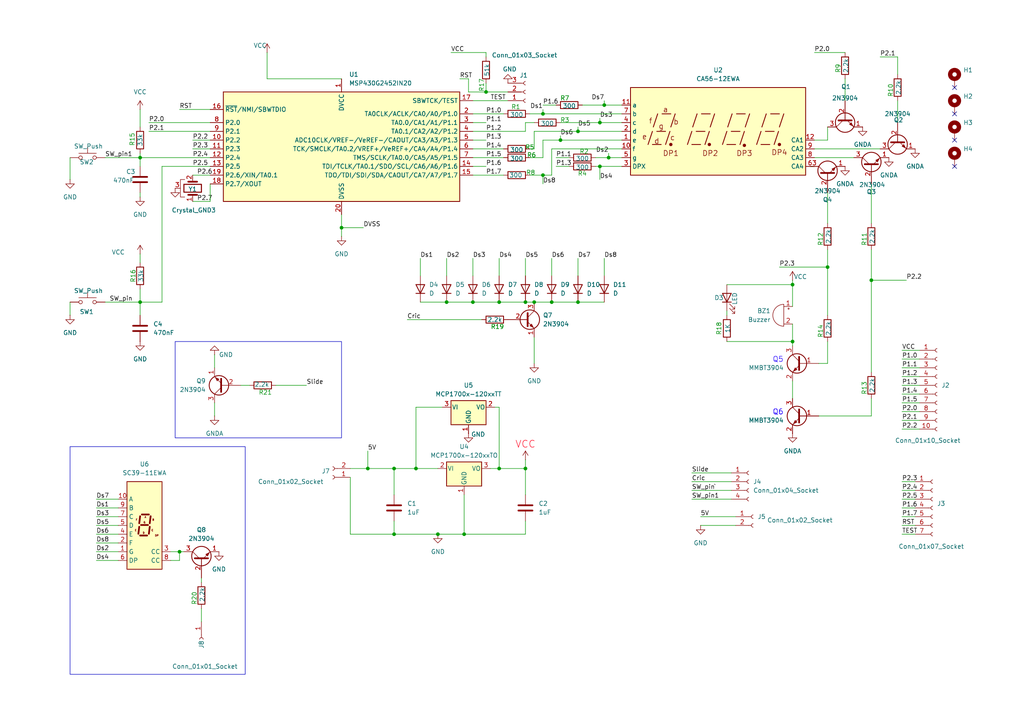
<source format=kicad_sch>
(kicad_sch (version 20250114) (generator "eeschema") (generator_version "9.0")
  (paper "A4")
  (rectangle (start 20.32 129.54) (end 71.12 195.58))
  (rectangle (start 50.8 99.06) (end 99.06 127))
  (junction (at 175.26 30.48))
  (junction (at 144.78 135.89))
  (junction (at 173.99 48.26))
  (junction (at 152.4 87.63))
  (junction (at 152.4 135.89))
  (junction (at 173.99 35.56))
  (junction (at 176.53 45.72))
  (junction (at 229.87 99.06))
  (junction (at 240.03 77.47))
  (junction (at 162.56 40.64))
  (junction (at 144.78 87.63))
  (junction (at 127 154.94))
  (junction (at 137.16 87.63))
  (junction (at 106.68 135.89))
  (junction (at 167.64 38.1))
  (junction (at 157.48 50.8))
  (junction (at 40.64 87.63))
  (junction (at 120.65 135.89))
  (junction (at 99.06 66.04))
  (junction (at 160.02 87.63))
  (junction (at 129.54 87.63))
  (junction (at 52.07 160.02))
  (junction (at 40.64 45.72))
  (junction (at 229.87 82.55))
  (junction (at 157.48 33.02))
  (junction (at 140.97 26.67))
  (junction (at 167.64 87.63))
  (junction (at 154.94 87.63))
  (junction (at 134.62 154.94))
  (junction (at 114.3 135.89))
  (junction (at 252.73 81.28))
  (junction (at 114.3 154.94))
  (no_connect (at 276.86 48.26))
  (no_connect (at 276.86 33.02))
  (no_connect (at 276.86 25.4))
  (no_connect (at 276.86 40.64))
  (wire (pts (xy 140.97 26.67) (xy 147.32 26.67)))
  (wire (pts (xy 212.09 137.16) (xy 200.66 137.16)))
  (wire (pts (xy 137.16 29.21) (xy 147.32 29.21)))
  (wire (pts (xy 34.29 144.78) (xy 27.94 144.78)))
  (wire (pts (xy 261.62 142.24) (xy 265.43 142.24)))
  (wire (pts (xy 133.35 22.86) (xy 135.89 22.86)))
  (wire (pts (xy 154.94 35.56) (xy 152.4 35.56)))
  (wire (pts (xy 261.62 119.38) (xy 266.7 119.38)))
  (wire (pts (xy 40.64 87.63) (xy 40.64 91.44)))
  (wire (pts (xy 152.4 151.13) (xy 152.4 154.94)))
  (wire (pts (xy 176.53 45.72) (xy 180.34 45.72)))
  (wire (pts (xy 261.62 114.3) (xy 266.7 114.3)))
  (wire (pts (xy 210.82 99.06) (xy 229.87 99.06)))
  (wire (pts (xy 40.64 45.72) (xy 40.64 48.26)))
  (wire (pts (xy 49.53 160.02) (xy 52.07 160.02)))
  (wire (pts (xy 137.16 40.64) (xy 140.97 40.64)))
  (wire (pts (xy 140.97 15.24) (xy 140.97 16.51)))
  (wire (pts (xy 261.62 111.76) (xy 266.7 111.76)))
  (wire (pts (xy 261.62 121.92) (xy 266.7 121.92)))
  (wire (pts (xy 121.92 87.63) (xy 129.54 87.63)))
  (wire (pts (xy 134.62 154.94) (xy 134.62 143.51)))
  (wire (pts (xy 20.32 87.63) (xy 20.32 91.44)))
  (wire (pts (xy 40.64 87.63) (xy 46.99 87.63)))
  (wire (pts (xy 252.73 64.77) (xy 252.73 53.34)))
  (wire (pts (xy 261.62 149.86) (xy 265.43 149.86)))
  (wire (pts (xy 157.48 31.75) (xy 157.48 33.02)))
  (wire (pts (xy 20.32 45.72) (xy 20.32 52.07)))
  (wire (pts (xy 261.62 147.32) (xy 265.43 147.32)))
  (wire (pts (xy 43.18 35.56) (xy 60.96 35.56)))
  (wire (pts (xy 137.16 43.18) (xy 146.05 43.18)))
  (wire (pts (xy 162.56 40.64) (xy 157.48 40.64)))
  (wire (pts (xy 167.64 74.93) (xy 167.64 80.01)))
  (wire (pts (xy 261.62 104.14) (xy 266.7 104.14)))
  (wire (pts (xy 240.03 36.83) (xy 240.03 40.64)))
  (wire (pts (xy 261.62 101.6) (xy 266.7 101.6)))
  (wire (pts (xy 27.94 160.02) (xy 34.29 160.02)))
  (wire (pts (xy 69.85 111.76) (xy 72.39 111.76)))
  (wire (pts (xy 240.03 91.44) (xy 240.03 77.47)))
  (wire (pts (xy 55.88 58.42) (xy 60.96 58.42)))
  (wire (pts (xy 261.62 124.46) (xy 266.7 124.46)))
  (wire (pts (xy 173.99 34.29) (xy 173.99 35.56)))
  (wire (pts (xy 245.11 22.86) (xy 245.11 29.21)))
  (wire (pts (xy 157.48 50.8) (xy 153.67 50.8)))
  (wire (pts (xy 40.64 55.88) (xy 40.64 57.15)))
  (wire (pts (xy 114.3 135.89) (xy 114.3 143.51)))
  (wire (pts (xy 62.23 116.84) (xy 62.23 120.65)))
  (wire (pts (xy 114.3 135.89) (xy 120.65 135.89)))
  (wire (pts (xy 55.88 50.8) (xy 60.96 50.8)))
  (wire (pts (xy 43.18 38.1) (xy 60.96 38.1)))
  (wire (pts (xy 121.92 74.93) (xy 121.92 80.01)))
  (wire (pts (xy 101.6 138.43) (xy 101.6 154.94)))
  (wire (pts (xy 114.3 154.94) (xy 127 154.94)))
  (wire (pts (xy 40.64 31.75) (xy 40.64 36.83)))
  (wire (pts (xy 175.26 29.21) (xy 175.26 30.48)))
  (wire (pts (xy 154.94 38.1) (xy 154.94 43.18)))
  (wire (pts (xy 34.29 147.32) (xy 27.94 147.32)))
  (wire (pts (xy 129.54 87.63) (xy 137.16 87.63)))
  (wire (pts (xy 144.78 118.11) (xy 144.78 135.89)))
  (wire (pts (xy 142.24 135.89) (xy 144.78 135.89)))
  (wire (pts (xy 27.94 157.48) (xy 34.29 157.48)))
  (wire (pts (xy 101.6 154.94) (xy 114.3 154.94)))
  (wire (pts (xy 55.88 40.64) (xy 60.96 40.64)))
  (wire (pts (xy 27.94 162.56) (xy 34.29 162.56)))
  (wire (pts (xy 237.49 120.65) (xy 252.73 120.65)))
  (wire (pts (xy 120.65 135.89) (xy 127 135.89)))
  (wire (pts (xy 99.06 22.86) (xy 77.47 22.86)))
  (wire (pts (xy 173.99 48.26) (xy 173.99 52.07)))
  (wire (pts (xy 55.88 43.18) (xy 60.96 43.18)))
  (wire (pts (xy 245.11 15.24) (xy 236.22 15.24)))
  (wire (pts (xy 52.07 160.02) (xy 53.34 160.02)))
  (wire (pts (xy 128.27 118.11) (xy 120.65 118.11)))
  (wire (pts (xy 99.06 66.04) (xy 99.06 62.23)))
  (wire (pts (xy 140.97 15.24) (xy 130.81 15.24)))
  (wire (pts (xy 210.82 82.55) (xy 229.87 82.55)))
  (wire (pts (xy 260.35 29.21) (xy 260.35 35.56)))
  (wire (pts (xy 252.73 81.28) (xy 252.73 72.39)))
  (wire (pts (xy 261.62 152.4) (xy 265.43 152.4)))
  (wire (pts (xy 101.6 135.89) (xy 106.68 135.89)))
  (wire (pts (xy 137.16 38.1) (xy 152.4 38.1)))
  (wire (pts (xy 236.22 48.26) (xy 234.95 48.26)))
  (wire (pts (xy 105.41 66.04) (xy 99.06 66.04)))
  (wire (pts (xy 99.06 68.58) (xy 99.06 66.04)))
  (wire (pts (xy 144.78 87.63) (xy 152.4 87.63)))
  (wire (pts (xy 261.62 106.68) (xy 266.7 106.68)))
  (wire (pts (xy 167.64 87.63) (xy 175.26 87.63)))
  (wire (pts (xy 137.16 87.63) (xy 144.78 87.63)))
  (wire (pts (xy 212.09 144.78) (xy 200.66 144.78)))
  (wire (pts (xy 200.66 139.7) (xy 212.09 139.7)))
  (wire (pts (xy 175.26 30.48) (xy 180.34 30.48)))
  (wire (pts (xy 161.29 45.72) (xy 165.1 45.72)))
  (wire (pts (xy 260.35 16.51) (xy 255.27 16.51)))
  (wire (pts (xy 229.87 81.28) (xy 229.87 82.55)))
  (wire (pts (xy 144.78 135.89) (xy 152.4 135.89)))
  (wire (pts (xy 229.87 82.55) (xy 229.87 88.9)))
  (wire (pts (xy 261.62 109.22) (xy 266.7 109.22)))
  (wire (pts (xy 162.56 35.56) (xy 173.99 35.56)))
  (wire (pts (xy 154.94 87.63) (xy 160.02 87.63)))
  (wire (pts (xy 226.06 77.47) (xy 240.03 77.47)))
  (wire (pts (xy 152.4 135.89) (xy 152.4 143.51)))
  (wire (pts (xy 160.02 50.8) (xy 157.48 50.8)))
  (wire (pts (xy 168.91 30.48) (xy 175.26 30.48)))
  (wire (pts (xy 129.54 74.93) (xy 129.54 80.01)))
  (wire (pts (xy 167.64 38.1) (xy 180.34 38.1)))
  (wire (pts (xy 118.11 92.71) (xy 139.7 92.71)))
  (wire (pts (xy 210.82 90.17) (xy 210.82 91.44)))
  (wire (pts (xy 140.97 24.13) (xy 140.97 26.67)))
  (wire (pts (xy 137.16 50.8) (xy 146.05 50.8)))
  (wire (pts (xy 162.56 39.37) (xy 162.56 40.64)))
  (wire (pts (xy 175.26 74.93) (xy 175.26 80.01)))
  (wire (pts (xy 229.87 93.98) (xy 229.87 99.06)))
  (wire (pts (xy 160.02 43.18) (xy 180.34 43.18)))
  (wire (pts (xy 240.03 77.47) (xy 240.03 72.39)))
  (wire (pts (xy 236.22 45.72) (xy 247.65 45.72)))
  (wire (pts (xy 154.94 38.1) (xy 167.64 38.1)))
  (wire (pts (xy 173.99 35.56) (xy 180.34 35.56)))
  (wire (pts (xy 252.73 81.28) (xy 262.89 81.28)))
  (wire (pts (xy 52.07 31.75) (xy 60.96 31.75)))
  (wire (pts (xy 114.3 151.13) (xy 114.3 154.94)))
  (wire (pts (xy 40.64 73.66) (xy 40.64 76.2)))
  (wire (pts (xy 172.72 45.72) (xy 176.53 45.72)))
  (wire (pts (xy 160.02 87.63) (xy 167.64 87.63)))
  (wire (pts (xy 40.64 44.45) (xy 40.64 45.72)))
  (wire (pts (xy 135.89 22.86) (xy 135.89 26.67)))
  (wire (pts (xy 58.42 176.53) (xy 58.42 180.34)))
  (wire (pts (xy 143.51 118.11) (xy 144.78 118.11)))
  (wire (pts (xy 106.68 135.89) (xy 114.3 135.89)))
  (wire (pts (xy 157.48 45.72) (xy 153.67 45.72)))
  (wire (pts (xy 137.16 74.93) (xy 137.16 80.01)))
  (wire (pts (xy 229.87 99.06) (xy 229.87 100.33)))
  (wire (pts (xy 260.35 16.51) (xy 260.35 21.59)))
  (wire (pts (xy 30.48 87.63) (xy 40.64 87.63)))
  (wire (pts (xy 137.16 33.02) (xy 146.05 33.02)))
  (wire (pts (xy 200.66 142.24) (xy 212.09 142.24)))
  (wire (pts (xy 172.72 48.26) (xy 173.99 48.26)))
  (wire (pts (xy 40.64 45.72) (xy 60.96 45.72)))
  (wire (pts (xy 162.56 40.64) (xy 180.34 40.64)))
  (wire (pts (xy 157.48 30.48) (xy 161.29 30.48)))
  (wire (pts (xy 80.01 111.76) (xy 88.9 111.76)))
  (wire (pts (xy 137.16 48.26) (xy 140.97 48.26)))
  (wire (pts (xy 167.64 36.83) (xy 167.64 38.1)))
  (wire (pts (xy 240.03 105.41) (xy 240.03 99.06)))
  (wire (pts (xy 261.62 144.78) (xy 265.43 144.78)))
  (wire (pts (xy 157.48 33.02) (xy 180.34 33.02)))
  (wire (pts (xy 240.03 64.77) (xy 240.03 55.88)))
  (wire (pts (xy 127 154.94) (xy 134.62 154.94)))
  (wire (pts (xy 160.02 43.18) (xy 160.02 50.8)))
  (wire (pts (xy 30.48 45.72) (xy 40.64 45.72)))
  (wire (pts (xy 34.29 152.4) (xy 27.94 152.4)))
  (wire (pts (xy 152.4 87.63) (xy 154.94 87.63)))
  (wire (pts (xy 77.47 15.24) (xy 77.47 22.86)))
  (wire (pts (xy 252.73 120.65) (xy 252.73 115.57)))
  (wire (pts (xy 203.2 149.86) (xy 213.36 149.86)))
  (wire (pts (xy 40.64 83.82) (xy 40.64 87.63)))
  (wire (pts (xy 261.62 116.84) (xy 266.7 116.84)))
  (wire (pts (xy 252.73 107.95) (xy 252.73 81.28)))
  (wire (pts (xy 153.67 43.18) (xy 154.94 43.18)))
  (wire (pts (xy 152.4 133.35) (xy 152.4 135.89)))
  (wire (pts (xy 34.29 154.94) (xy 27.94 154.94)))
  (wire (pts (xy 34.29 149.86) (xy 27.94 149.86)))
  (wire (pts (xy 46.99 48.26) (xy 46.99 87.63)))
  (wire (pts (xy 134.62 154.94) (xy 152.4 154.94)))
  (wire (pts (xy 46.99 48.26) (xy 60.96 48.26)))
  (wire (pts (xy 135.89 26.67) (xy 140.97 26.67)))
  (wire (pts (xy 161.29 48.26) (xy 165.1 48.26)))
  (wire (pts (xy 62.23 102.87) (xy 62.23 106.68)))
  (wire (pts (xy 58.42 167.64) (xy 58.42 168.91)))
  (wire (pts (xy 153.67 33.02) (xy 157.48 33.02)))
  (wire (pts (xy 236.22 43.18) (xy 255.27 43.18)))
  (wire (pts (xy 137.16 35.56) (xy 140.97 35.56)))
  (wire (pts (xy 144.78 74.93) (xy 144.78 80.01)))
  (wire (pts (xy 160.02 74.93) (xy 160.02 80.01)))
  (wire (pts (xy 261.62 154.94) (xy 265.43 154.94)))
  (wire (pts (xy 120.65 118.11) (xy 120.65 135.89)))
  (wire (pts (xy 137.16 45.72) (xy 146.05 45.72)))
  (wire (pts (xy 176.53 44.45) (xy 176.53 45.72)))
  (wire (pts (xy 152.4 35.56) (xy 152.4 38.1)))
  (wire (pts (xy 229.87 110.49) (xy 229.87 115.57)))
  (wire (pts (xy 49.53 162.56) (xy 52.07 162.56)))
  (wire (pts (xy 203.2 152.4) (xy 213.36 152.4)))
  (wire (pts (xy 157.48 50.8) (xy 157.48 53.34)))
  (wire (pts (xy 154.94 105.41) (xy 154.94 97.79)))
  (wire (pts (xy 52.07 162.56) (xy 52.07 160.02)))
  (wire (pts (xy 240.03 40.64) (xy 236.22 40.64)))
  (wire (pts (xy 237.49 105.41) (xy 240.03 105.41)))
  (wire (pts (xy 106.68 130.81) (xy 106.68 135.89)))
  (wire (pts (xy 173.99 48.26) (xy 180.34 48.26)))
  (wire (pts (xy 157.48 40.64) (xy 157.48 45.72)))
  (wire (pts (xy 261.62 139.7) (xy 265.43 139.7)))
  (wire (pts (xy 60.96 53.34) (xy 60.96 58.42)))
  (wire (pts (xy 152.4 74.93) (xy 152.4 80.01)))
  (label "Cric" (at 118.11 92.71 0))
  (label "Ds6" (at 162.56 39.37 0))
  (label "Ds5" (at 152.4 74.93 0))
  (label "VCC" (at 261.62 101.6 0))
  (label "Ds8" (at 27.94 157.48 0))
  (label "SW_pin1" (at 30.48 45.72 0))
  (label "P2.0" (at 43.18 35.56 0))
  (label "P1.0" (at 261.62 104.14 0))
  (label "Slide" (at 88.9 111.76 0))
  (label "P2.2" (at 261.62 124.46 0))
  (label "P1.1" (at 140.97 35.56 0))
  (label "Ds3" (at 27.94 149.86 0))
  (label "Ds2" (at 129.54 74.93 0))
  (label "Ds6" (at 27.94 154.94 0))
  (label "RST" (at 261.62 152.4 0))
  (label "P1.3" (at 161.29 48.26 0))
  (label "Ds5" (at 27.94 152.4 0))
  (label "Ds1" (at 121.92 74.93 0))
  (label "RST" (at 133.35 22.86 0))
  (label "Ds1" (at 157.48 31.75 180))
  (label "P2.0" (at 261.62 119.38 0))
  (label "SW_pin" (at 31.75 87.63 0))
  (label "P1.6" (at 157.48 30.48 0))
  (label "Ds7" (at 27.94 144.78 0))
  (label "P1.5" (at 140.97 45.72 0))
  (label "P1.1" (at 161.29 45.72 0))
  (label "SW_pin1" (at 200.66 144.78 0))
  (label "Ds3" (at 173.99 34.29 0))
  (label "Ds6" (at 160.02 74.93 0))
  (label "P2.2" (at 262.89 81.28 0))
  (label "P2.1" (at 43.18 38.1 0))
  (label "Slide" (at 200.66 137.16 0))
  (label "Ds4" (at 27.94 162.56 0))
  (label "P2.1" (at 255.27 16.51 0))
  (label "P1.7" (at 140.97 50.8 0))
  (label "Ds4" (at 173.99 52.07 0))
  (label "5V" (at 203.2 149.86 0))
  (label "P1.3" (at 261.62 111.76 0))
  (label "Cric" (at 200.66 139.7 0))
  (label "Ds8" (at 157.48 53.34 0))
  (label "Ds8" (at 175.26 74.93 0))
  (label "P1.7" (at 261.62 149.86 0))
  (label "P1.6" (at 140.97 48.26 0))
  (label "Ds4" (at 144.78 74.93 0))
  (label "P2.1" (at 261.62 121.92 0))
  (label "Ds1" (at 27.94 147.32 0))
  (label "Ds7" (at 175.26 29.21 180))
  (label "P1.1" (at 261.62 106.68 0))
  (label "Ds2" (at 27.94 160.02 0))
  (label "Ds7" (at 167.64 74.93 0))
  (label "P2.2" (at 55.88 40.64 0))
  (label "Ds2" (at 176.53 44.45 180))
  (label "P1.2" (at 261.62 109.22 0))
  (label "P2.5" (at 55.88 48.26 0))
  (label "5V" (at 106.68 130.81 0))
  (label "RST" (at 52.07 31.75 0))
  (label "TEST" (at 261.62 154.94 0))
  (label "`" (at 207.01 142.24 0))
  (label "P1.4" (at 261.62 114.3 0))
  (label "Ds3" (at 137.16 74.93 0))
  (label "VCC" (at 130.81 15.24 0))
  (label "Ds5" (at 167.64 36.83 0))
  (label "P2.4" (at 55.88 45.72 0))
  (label "P1.4" (at 140.97 43.18 0))
  (label "P2.6" (at 57.15 50.8 0))
  (label "P2.3" (at 261.62 139.7 0))
  (label "DVSS" (at 105.41 66.04 0))
  (label "P2.0" (at 236.22 15.24 0))
  (label "P1.0" (at 140.97 33.02 0))
  (label "P2.3" (at 55.88 43.18 0))
  (label "P2.7" (at 57.15 58.42 0))
  (label "P1.3" (at 140.97 40.64 0))
  (label "P1.6" (at 261.62 147.32 0))
  (label "TEST" (at 142.24 29.21 0))
  (label "P1.2" (at 140.97 38.1 0))
  (label "SW_pin" (at 200.66 142.24 0))
  (label "P2.4" (at 261.62 142.24 0))
  (label "P1.5" (at 261.62 116.84 0))
  (label "P2.3" (at 226.06 77.47 0))
  (label "P2.5" (at 261.62 144.78 0))
  (symbol (lib_id "Device:R") (at 143.51 92.71 270) (unit 1)
    (property "Reference" "R19" (at 144.272 94.742 90))
    (property "Value" "2.2k" (at 143.51 92.71 90))
    (property "Footprint" "Resistor_SMD:R_1206_3216Metric_Pad1.30x1.75mm_HandSolder" (effects (hide yes)))
    (property "Description" "Resistor" (effects (hide yes)))
  )
  (symbol (lib_id "Device:C") (at 114.3 147.32 0) (unit 1)
    (property "Reference" "C1" (at 118.11 146.0499 0) (effects (justify left)))
    (property "Value" "1uF" (at 118.11 148.5899 0) (effects (justify left)))
    (property "Footprint" "Capacitor_SMD:C_1206_3216Metric_Pad1.33x1.80mm_HandSolder" (effects (hide yes)))
    (property "Description" "Unpolarized capacitor" (effects (hide yes)))
  )
  (symbol (lib_id "Transistor_BJT:2N3904") (at 152.4 92.71 0) (unit 1)
    (property "Reference" "Q7" (at 157.48 91.4399 0) (effects (justify left)))
    (property "Value" "2N3904" (at 157.48 93.9799 0) (effects (justify left)))
    (property "Footprint" "Package_TO_SOT_THT:TO-92_Inline" (effects (hide yes)))
    (property "Datasheet" "https://www.onsemi.com/pub/Collateral/2N3903-D.PDF" (effects (hide yes)))
    (property "Description" "0.2A Ic, 40V Vce, Small Signal NPN Transistor, TO-92" (effects (hide yes)))
  )
  (symbol (lib_id "Connector:Conn_01x02_Socket") (at 218.44 149.86 0) (unit 1)
    (property "Reference" "J5" (at 219.71 149.8599 0) (effects (justify left)))
    (property "Value" "Conn_01x02_Socket" (at 222.504 150.876 0) (effects (justify left)))
    (property "Footprint" "Connector_PinHeader_2.54mm:PinHeader_1x02_P2.54mm_Vertical" (effects (hide yes)))
    (property "Description" "Generic connector, single row, 01x02, script generated" (effects (hide yes)))
  )
  (symbol (lib_id "Device:R") (at 76.2 111.76 270) (unit 1)
    (property "Reference" "R21" (at 76.962 113.792 90))
    (property "Value" "2.2k" (at 75.946 111.506 90))
    (property "Footprint" "Resistor_SMD:R_1206_3216Metric_Pad1.30x1.75mm_HandSolder" (effects (hide yes)))
    (property "Description" "Resistor" (effects (hide yes)))
  )
  (symbol (lib_id "Connector:Conn_01x10_Socket") (at 271.78 111.76 0) (unit 1)
    (property "Reference" "J2" (at 273.05 111.7599 0) (effects (justify left)))
    (property "Value" "Conn_01x10_Socket" (at 259.588 127.762 0) (effects (justify left)))
    (property "Footprint" "Connector_PinHeader_2.54mm:PinHeader_1x10_P2.54mm_Vertical" (effects (hide yes)))
    (property "Description" "Generic connector, single row, 01x10, script generated" (effects (hide yes)))
  )
  (symbol (lib_id "Device:D") (at 152.4 83.82 90) (unit 1)
    (property "Reference" "D8" (at 154.94 82.5499 90) (effects (justify right)))
    (property "Value" "D" (at 154.94 85.0899 90) (effects (justify right)))
    (property "Description" "Diode" (effects (hide yes)))
    (property "Sim.Device" "D" (effects (hide yes)))
    (property "Sim.Pins" "1=K 2=A" (effects (hide yes)))
  )
  (symbol (lib_id "Device:R") (at 165.1 30.48 90) (unit 1)
    (property "Reference" "R7" (at 163.83 28.448 90))
    (property "Value" "300" (at 165.1 30.734 90))
    (property "Footprint" "Resistor_SMD:R_1206_3216Metric_Pad1.30x1.75mm_HandSolder" (effects (hide yes)))
    (property "Description" "Resistor" (effects (hide yes)))
  )
  (symbol (lib_id "Device:R") (at 210.82 95.25 180) (unit 1)
    (property "Reference" "R18" (at 208.534 95.25 90))
    (property "Value" "1K" (at 211.074 95.25 90))
    (property "Footprint" "Resistor_SMD:R_1206_3216Metric_Pad1.30x1.75mm_HandSolder" (effects (hide yes)))
    (property "Description" "Resistor" (effects (hide yes)))
  )
  (symbol (lib_id "Device:D") (at 167.64 83.82 90) (unit 1)
    (property "Reference" "D10" (at 170.18 82.5499 90) (effects (justify right)))
    (property "Value" "D" (at 170.18 85.0899 90) (effects (justify right)))
    (property "Description" "Diode" (effects (hide yes)))
    (property "Sim.Device" "D" (effects (hide yes)))
    (property "Sim.Pins" "1=K 2=A" (effects (hide yes)))
  )
  (symbol (lib_id "Device:R") (at 149.86 45.72 90) (unit 1)
    (property "Reference" "R6" (at 154.178 44.958 90))
    (property "Value" "300" (at 149.86 45.974 90))
    (property "Footprint" "Resistor_SMD:R_1206_3216Metric_Pad1.30x1.75mm_HandSolder" (effects (hide yes)))
    (property "Description" "Resistor" (effects (hide yes)))
  )
  (symbol (lib_id "Display_Character:SC39-11EWA") (at 41.91 152.4 0) (unit 1)
    (property "Reference" "U6" (at 41.91 134.62 0))
    (property "Value" "SC39-11EWA" (at 41.91 137.16 0))
    (property "Footprint" "Display_7Segment:Sx39-1xxxxx" (effects (hide yes)))
    (property "Datasheet" "http://www.kingbrightusa.com/images/catalog/SPEC/sc39-11ewa.pdf" (effects (hide yes)))
    (property "Description" "Single digit 7 segment display, high efficiency red, common cathode" (effects (hide yes)))
  )
  (symbol (lib_id "power:GNDA") (at 265.43 43.18 0) (unit 1)
    (property "Reference" "#PWR09" (effects (hide yes)))
    (property "Value" "GNDA" (at 265.43 48.26 0))
    (property "Description" "Power symbol creates a global label with name \"GNDA\" , analog ground" (effects (hide yes)))
  )
  (symbol (lib_id "Switch:SW_Push") (at 25.4 87.63 0) (mirror y) (unit 1)
    (property "Reference" "SW1" (at 25.146 90.424 0))
    (property "Value" "SW_Push" (at 25.654 84.328 0))
    (property "Footprint" "Button_Switch_THT:SW_PUSH_6mm_H4.3mm" (effects (hide yes)))
    (property "Description" "Push button switch, generic, two pins" (effects (hide yes)))
  )
  (symbol (lib_id "Transistor_BJT:2N3904") (at 245.11 34.29 90) (mirror x) (unit 1)
    (property "Reference" "Q1" (at 245.364 25.146 90))
    (property "Value" "2N3904" (at 245.11 28.448 90))
    (property "Footprint" "Package_TO_SOT_THT:TO-92_Inline_Wide" (effects (hide yes)))
    (property "Datasheet" "https://www.onsemi.com/pub/Collateral/2N3903-D.PDF" (effects (hide yes)))
    (property "Description" "0.2A Ic, 40V Vce, Small Signal NPN Transistor, TO-92" (effects (hide yes)))
  )
  (symbol (lib_id "Switch:SW_Push") (at 25.4 45.72 0) (mirror y) (unit 1)
    (property "Reference" "SW2" (at 25.146 46.99 0))
    (property "Value" "SW_Push" (at 25.654 42.418 0))
    (property "Footprint" "Button_Switch_THT:SW_PUSH_6mm_H4.3mm" (effects (hide yes)))
    (property "Description" "Push button switch, generic, two pins" (effects (hide yes)))
  )
  (symbol (lib_id "Device:R") (at 252.73 111.76 180) (unit 1)
    (property "Reference" "R13" (at 250.698 112.522 90))
    (property "Value" "2.2k" (at 252.984 111.76 90))
    (property "Footprint" "Resistor_SMD:R_1206_3216Metric_Pad1.30x1.75mm_HandSolder" (effects (hide yes)))
    (property "Description" "Resistor" (effects (hide yes)))
  )
  (symbol (lib_id "Device:R") (at 149.86 33.02 90) (unit 1)
    (property "Reference" "R1" (at 149.606 30.988 90))
    (property "Value" "300" (at 149.86 33.274 90))
    (property "Footprint" "Resistor_SMD:R_1206_3216Metric_Pad1.30x1.75mm_HandSolder" (effects (hide yes)))
    (property "Description" "Resistor" (effects (hide yes)))
  )
  (symbol (lib_id "Connector:Conn_01x07_Socket") (at 270.51 147.32 0) (unit 1)
    (property "Reference" "J3" (at 271.78 146.0499 0) (effects (justify left)))
    (property "Value" "Conn_01x07_Socket" (at 260.604 158.496 0) (effects (justify left)))
    (property "Footprint" "Connector_PinHeader_2.54mm:PinHeader_1x07_P2.54mm_Vertical" (effects (hide yes)))
    (property "Description" "Generic connector, single row, 01x07, script generated" (effects (hide yes)))
  )
  (symbol (lib_id "Device:D") (at 144.78 83.82 90) (unit 1)
    (property "Reference" "D7" (at 147.32 82.5499 90) (effects (justify right)))
    (property "Value" "D" (at 147.32 85.0899 90) (effects (justify right)))
    (property "Description" "Diode" (effects (hide yes)))
    (property "Sim.Device" "D" (effects (hide yes)))
    (property "Sim.Pins" "1=K 2=A" (effects (hide yes)))
  )
  (symbol (lib_id "Regulator_Linear:MCP1700x-120xxTO") (at 134.62 135.89 0) (mirror x) (unit 1)
    (property "Reference" "U4" (at 134.62 129.54 0))
    (property "Value" "MCP1700x-120xxTO" (at 134.62 132.08 0))
    (property "Footprint" "Package_TO_SOT_THT:TO-92L_HandSolder" (effects (hide yes)))
    (property "Datasheet" "http://ww1.microchip.com/downloads/en/DeviceDoc/20001826D.pdf" (effects (hide yes)))
    (property "Description" "250mA Low Quiscent Current LDO, 1.2V output, TO-92" (effects (hide yes)))
  )
  (symbol (lib_id "power:GND") (at 20.32 52.07 0) (unit 1)
    (property "Reference" "#PWR03" (effects (hide yes)))
    (property "Value" "GND" (at 20.32 57.15 0))
    (property "Description" "Power symbol creates a global label with name \"GND\" , ground" (effects (hide yes)))
  )
  (symbol (lib_id "power:GND") (at 20.32 91.44 0) (unit 1)
    (property "Reference" "#PWR04" (effects (hide yes)))
    (property "Value" "GND" (at 20.32 96.52 0))
    (property "Description" "Power symbol creates a global label with name \"GND\" , ground" (effects (hide yes)))
  )
  (symbol (lib_id "Transistor_BJT:2N3904") (at 64.77 111.76 180) (unit 1)
    (property "Reference" "Q9" (at 59.69 110.4899 0) (effects (justify left)))
    (property "Value" "2N3904" (at 59.69 113.0299 0) (effects (justify left)))
    (property "Footprint" "Package_TO_SOT_THT:TO-92_Inline" (effects (hide yes)))
    (property "Datasheet" "https://www.onsemi.com/pub/Collateral/2N3903-D.PDF" (effects (hide yes)))
    (property "Description" "0.2A Ic, 40V Vce, Small Signal NPN Transistor, TO-92" (effects (hide yes)))
  )
  (symbol (lib_id "power:GNDA") (at 257.81 45.72 0) (unit 1)
    (property "Reference" "#PWR013" (effects (hide yes)))
    (property "Value" "GNDA" (at 257.81 50.8 0))
    (property "Description" "Power symbol creates a global label with name \"GNDA\" , analog ground" (effects (hide yes)))
  )
  (symbol (lib_id "power:GND") (at 62.23 102.87 180) (unit 1)
    (property "Reference" "#PWR024" (effects (hide yes)))
    (property "Value" "GND" (at 65.532 102.87 0))
    (property "Description" "Power symbol creates a global label with name \"GND\" , ground" (effects (hide yes)))
  )
  (symbol (lib_id "Device:LED") (at 210.82 86.36 90) (unit 1)
    (property "Reference" "D3" (at 208.534 86.36 90))
    (property "Value" "LED" (at 213.106 86.614 0))
    (property "Footprint" "LED_THT:LED_D5.0mm_Horizontal_O1.27mm_Z3.0mm_Clear" (effects (hide yes)))
    (property "Description" "Light emitting diode" (effects (hide yes)))
  )
  (symbol (lib_id "Device:C") (at 152.4 147.32 0) (unit 1)
    (property "Reference" "C2" (at 156.21 146.0499 0) (effects (justify left)))
    (property "Value" "1uF" (at 156.21 148.5899 0) (effects (justify left)))
    (property "Footprint" "Capacitor_SMD:C_1206_3216Metric_Pad1.33x1.80mm_HandSolder" (effects (hide yes)))
    (property "Description" "Unpolarized capacitor" (effects (hide yes)))
  )
  (symbol (lib_id "Device:R") (at 58.42 172.72 180) (unit 1)
    (property "Reference" "R20" (at 56.388 173.482 90))
    (property "Value" "2.2k" (at 58.674 172.466 90))
    (property "Footprint" "Resistor_SMD:R_1206_3216Metric_Pad1.30x1.75mm_HandSolder" (effects (hide yes)))
    (property "Description" "Resistor" (effects (hide yes)))
  )
  (symbol (lib_id "power:GNDA") (at 245.11 48.26 0) (unit 1)
    (property "Reference" "#PWR014" (effects (hide yes)))
    (property "Value" "GNDA" (at 245.11 53.34 0))
    (property "Description" "Power symbol creates a global label with name \"GNDA\" , analog ground" (effects (hide yes)))
  )
  (symbol (lib_id "Transistor_BJT:2N3904") (at 260.35 40.64 90) (mirror x) (unit 1)
    (property "Reference" "Q2" (at 260.604 34.798 90))
    (property "Value" "2N3904" (at 260.35 33.02 90))
    (property "Footprint" "Package_TO_SOT_THT:TO-92_Inline_Wide" (effects (hide yes)))
    (property "Datasheet" "https://www.onsemi.com/pub/Collateral/2N3903-D.PDF" (effects (hide yes)))
    (property "Description" "0.2A Ic, 40V Vce, Small Signal NPN Transistor, TO-92" (effects (hide yes)))
  )
  (symbol (lib_id "Device:D") (at 129.54 83.82 90) (unit 1)
    (property "Reference" "D5" (at 132.08 82.5499 90) (effects (justify right)))
    (property "Value" "D" (at 132.08 85.0899 90) (effects (justify right)))
    (property "Description" "Diode" (effects (hide yes)))
    (property "Sim.Device" "D" (effects (hide yes)))
    (property "Sim.Pins" "1=K 2=A" (effects (hide yes)))
  )
  (symbol (lib_id "power:GND") (at 50.8 54.61 0) (unit 1)
    (property "Reference" "#PWR01" (effects (hide yes)))
    (property "Value" "GND" (effects (hide yes)))
    (property "Description" "Power symbol creates a global label with name \"GND\" , ground" (effects (hide yes)))
  )
  (symbol (lib_id "Device:R") (at 168.91 45.72 90) (unit 1)
    (property "Reference" "R2" (at 169.418 43.942 90))
    (property "Value" "300" (at 168.91 45.974 90))
    (property "Footprint" "Resistor_SMD:R_1206_3216Metric_Pad1.30x1.75mm_HandSolder" (effects (hide yes)))
    (property "Description" "Resistor" (effects (hide yes)))
  )
  (symbol (lib_id "power:GND") (at 127 154.94 0) (unit 1)
    (property "Reference" "#PWR07" (effects (hide yes)))
    (property "Value" "GND" (at 127 160.02 0))
    (property "Description" "Power symbol creates a global label with name \"GND\" , ground" (effects (hide yes)))
  )
  (symbol (lib_id "Device:R") (at 149.86 43.18 90) (unit 1)
    (property "Reference" "R5" (at 153.67 42.672 90))
    (property "Value" "300" (at 149.86 43.434 90))
    (property "Footprint" "Resistor_SMD:R_1206_3216Metric_Pad1.30x1.75mm_HandSolder" (effects (hide yes)))
    (property "Description" "Resistor" (effects (hide yes)))
  )
  (symbol (lib_id "Connector:Conn_01x03_Socket") (at 152.4 26.67 0) (mirror x) (unit 1)
    (property "Reference" "J1" (at 151.892 21.844 0))
    (property "Value" "Conn_01x03_Socket" (at 152.146 16.002 0))
    (property "Footprint" "Connector_PinHeader_2.54mm:PinHeader_1x03_P2.54mm_Vertical" (effects (hide yes)))
    (property "Description" "Generic connector, single row, 01x03, script generated" (effects (hide yes)))
  )
  (symbol (lib_id "power:VCC") (at 40.64 73.66 0) (unit 1)
    (property "Reference" "#PWR012" (effects (hide yes)))
    (property "Value" "VCC" (at 34.29 73.152 0))
    (property "Description" "Power symbol creates a global label with name \"VCC\"" (effects (hide yes)))
  )
  (symbol (lib_id "Device:R") (at 149.86 50.8 90) (unit 1)
    (property "Reference" "R8" (at 153.924 50.038 90))
    (property "Value" "300" (at 149.606 50.8 90))
    (property "Footprint" "Resistor_SMD:R_1206_3216Metric_Pad1.30x1.75mm_HandSolder" (effects (hide yes)))
    (property "Description" "Resistor" (effects (hide yes)))
  )
  (symbol (lib_id "Device:R") (at 245.11 19.05 180) (unit 1)
    (property "Reference" "R9" (at 243.078 19.812 90))
    (property "Value" "2.2k" (at 245.364 19.05 90))
    (property "Footprint" "Resistor_SMD:R_1206_3216Metric_Pad1.30x1.75mm_HandSolder" (effects (hide yes)))
    (property "Description" "Resistor" (effects (hide yes)))
  )
  (symbol (lib_id "Device:D") (at 160.02 83.82 90) (unit 1)
    (property "Reference" "D9" (at 162.56 82.5499 90) (effects (justify right)))
    (property "Value" "D" (at 162.56 85.0899 90) (effects (justify right)))
    (property "Description" "Diode" (effects (hide yes)))
    (property "Sim.Device" "D" (effects (hide yes)))
    (property "Sim.Pins" "1=K 2=A" (effects (hide yes)))
  )
  (symbol (lib_id "power:GND") (at 135.89 125.73 0) (unit 1)
    (property "Reference" "#PWR011" (effects (hide yes)))
    (property "Value" "GND" (at 138.684 125.984 0))
    (property "Description" "Power symbol creates a global label with name \"GND\" , ground" (effects (hide yes)))
  )
  (symbol (lib_id "power:GNDA") (at 229.87 125.73 0) (unit 1)
    (property "Reference" "#PWR017" (effects (hide yes)))
    (property "Value" "GNDA" (at 229.87 130.81 0))
    (property "Description" "Power symbol creates a global label with name \"GNDA\" , analog ground" (effects (hide yes)))
  )
  (symbol (lib_id "Device:R") (at 240.03 95.25 180) (unit 1)
    (property "Reference" "R14" (at 237.998 96.012 90))
    (property "Value" "2.2k" (at 240.284 95.25 90))
    (property "Footprint" "Resistor_SMD:R_1206_3216Metric_Pad1.30x1.75mm_HandSolder" (effects (hide yes)))
    (property "Description" "Resistor" (effects (hide yes)))
  )
  (symbol (lib_id "Mechanical:MountingHole_Pad") (at 276.86 22.86 0) (unit 1) (exclude_from_sim yes) (in_bom no)
    (property "Reference" "H1" (at 279.4 20.3199 0) (effects (justify left)))
    (property "Value" "MountingHole_Pad" (effects (hide yes)))
    (property "Footprint" "MountingHole:MountingHole_2.2mm_M2_DIN965_Pad" (effects (hide yes)))
    (property "Description" "Mounting Hole with connection" (effects (hide yes)))
  )
  (symbol (lib_id "Device:D") (at 175.26 83.82 90) (unit 1)
    (property "Reference" "D11" (at 177.8 82.5499 90) (effects (justify right)))
    (property "Value" "D" (at 177.8 85.0899 90) (effects (justify right)))
    (property "Description" "Diode" (effects (hide yes)))
    (property "Sim.Device" "D" (effects (hide yes)))
    (property "Sim.Pins" "1=K 2=A" (effects (hide yes)))
  )
  (symbol (lib_id "Mechanical:MountingHole_Pad") (at 276.86 38.1 0) (unit 1) (exclude_from_sim yes) (in_bom no)
    (property "Reference" "H3" (at 279.4 35.5599 0) (effects (justify left)))
    (property "Value" "MountingHole_Pad" (effects (hide yes)))
    (property "Footprint" "MountingHole:MountingHole_2.2mm_M2_DIN965_Pad" (effects (hide yes)))
    (property "Description" "Mounting Hole with connection" (effects (hide yes)))
  )
  (symbol (lib_id "Connector:Conn_01x04_Socket") (at 217.17 139.7 0) (unit 1)
    (property "Reference" "J4" (at 218.44 139.6999 0) (effects (justify left)))
    (property "Value" "Conn_01x04_Socket" (at 218.44 142.2399 0) (effects (justify left)))
    (property "Footprint" "Connector_PinHeader_2.54mm:PinHeader_1x02_P2.54mm_Vertical" (effects (hide yes)))
    (property "Description" "Generic connector, single row, 01x04, script generated" (effects (hide yes)))
  )
  (symbol (lib_id "Device:D") (at 137.16 83.82 90) (unit 1)
    (property "Reference" "D6" (at 139.7 82.5499 90) (effects (justify right)))
    (property "Value" "D" (at 139.7 85.0899 90) (effects (justify right)))
    (property "Description" "Diode" (effects (hide yes)))
    (property "Sim.Device" "D" (effects (hide yes)))
    (property "Sim.Pins" "1=K 2=A" (effects (hide yes)))
  )
  (symbol (lib_id "Device:Crystal_GND3") (at 55.88 54.61 270) (mirror x) (unit 1)
    (property "Reference" "Y1" (at 54.61 54.864 90) (effects (justify left)))
    (property "Value" "Crystal_GND3" (at 49.784 60.96 90) (effects (justify left)))
    (property "Footprint" "Crystal_DS26_D2.0mm_L6.0mm_Horizontal_1EP_style2" (effects (hide yes)))
    (property "Description" "Three pin crystal, GND on pin 3" (effects (hide yes)))
  )
  (symbol (lib_id "power:VCC") (at 77.47 15.24 0) (unit 1)
    (property "Reference" "#PWR016" (effects (hide yes)))
    (property "Value" "VCC" (at 75.438 13.208 0))
    (property "Description" "Power symbol creates a global label with name \"VCC\"" (effects (hide yes)))
  )
  (symbol (lib_id "Device:R") (at 168.91 48.26 90) (unit 1)
    (property "Reference" "R4" (at 168.91 50.292 90))
    (property "Value" "300" (at 168.91 48.514 90))
    (property "Footprint" "Resistor_SMD:R_1206_3216Metric_Pad1.30x1.75mm_HandSolder" (effects (hide yes)))
    (property "Description" "Resistor" (effects (hide yes)))
  )
  (symbol (lib_id "Device:R") (at 40.64 40.64 180) (unit 1)
    (property "Reference" "R15" (at 38.354 40.386 90))
    (property "Value" "33k" (at 40.64 40.64 90))
    (property "Footprint" "Resistor_SMD:R_1206_3216Metric_Pad1.30x1.75mm_HandSolder" (effects (hide yes)))
    (property "Description" "Resistor" (effects (hide yes)))
  )
  (symbol (lib_id "power:GND") (at 154.94 105.41 0) (unit 1)
    (property "Reference" "#PWR06" (effects (hide yes)))
    (property "Value" "GND" (at 154.94 110.49 0))
    (property "Description" "Power symbol creates a global label with name \"GND\" , ground" (effects (hide yes)))
  )
  (symbol (lib_id "power:VCC") (at 152.4 133.35 0) (unit 1)
    (property "Reference" "#PWR08" (effects (hide yes)))
    (property "Value" "VCC" (at 152.4 128.778 0) (effects (font (size 2.032 2.032))))
    (property "Description" "Power symbol creates a global label with name \"VCC\"" (effects (hide yes)))
  )
  (symbol (lib_id "Mechanical:MountingHole_Pad") (at 276.86 30.48 0) (unit 1) (exclude_from_sim yes) (in_bom no)
    (property "Reference" "H2" (at 279.4 27.9399 0) (effects (justify left)))
    (property "Value" "MountingHole_Pad" (effects (hide yes)))
    (property "Footprint" "MountingHole:MountingHole_2.2mm_M2_DIN965_Pad" (effects (hide yes)))
    (property "Description" "Mounting Hole with connection" (effects (hide yes)))
  )
  (symbol (lib_id "Device:C") (at 40.64 95.25 0) (unit 1)
    (property "Reference" "C4" (at 44.45 93.9799 0) (effects (justify left)))
    (property "Value" "470nF" (at 44.45 96.5199 0) (effects (justify left)))
    (property "Footprint" "Capacitor_SMD:C_1206_3216Metric_Pad1.33x1.80mm_HandSolder" (effects (hide yes)))
    (property "Description" "Unpolarized capacitor" (effects (hide yes)))
  )
  (symbol (lib_id "power:GND") (at 147.32 24.13 180) (unit 1)
    (property "Reference" "#PWR02" (effects (hide yes)))
    (property "Value" "GND" (at 147.828 20.066 0))
    (property "Description" "Power symbol creates a global label with name \"GND\" , ground" (effects (hide yes)))
  )
  (symbol (lib_id "Display_Character:CA56-12EWA") (at 208.28 38.1 0) (unit 1)
    (property "Reference" "U2" (at 208.28 20.32 0))
    (property "Value" "CA56-12EWA" (at 208.28 22.86 0))
    (property "Footprint" "Display_7Segment:CA56-12EWA" (effects (hide yes)))
    (property "Datasheet" "http://www.kingbrightusa.com/images/catalog/SPEC/CA56-12EWA.pdf" (effects (hide yes)))
    (property "Description" "4 digit 7 segment high efficiency red LED, common anode" (effects (hide yes)))
  )
  (symbol (lib_id "Connector:Conn_01x02_Socket") (at 96.52 138.43 180) (unit 1)
    (property "Reference" "J7" (at 94.488 136.652 0))
    (property "Value" "Conn_01x02_Socket" (at 84.328 139.7 0))
    (property "Footprint" "Connector_PinHeader_2.54mm:PinHeader_1x10_P2.54mm_Vertical" (effects (hide yes)))
    (property "Description" "Generic connector, single row, 01x02, script generated" (effects (hide yes)))
  )
  (symbol (lib_id "Transistor_BJT:2N3904") (at 252.73 48.26 90) (unit 1)
    (property "Reference" "Q3" (at 252.73 55.626 90))
    (property "Value" "2N3904" (at 252.984 53.594 90))
    (property "Footprint" "Package_TO_SOT_THT:TO-92_Inline_Wide" (effects (hide yes)))
    (property "Datasheet" "https://www.onsemi.com/pub/Collateral/2N3903-D.PDF" (effects (hide yes)))
    (property "Description" "0.2A Ic, 40V Vce, Small Signal NPN Transistor, TO-92" (effects (hide yes)))
  )
  (symbol (lib_id "Mechanical:MountingHole_Pad") (at 276.86 45.72 0) (unit 1) (exclude_from_sim yes) (in_bom no)
    (property "Reference" "H4" (at 279.4 43.1799 0) (effects (justify left)))
    (property "Value" "MountingHole_Pad" (effects (hide yes)))
    (property "Footprint" "MountingHole:MountingHole_2.2mm_M2_DIN965_Pad" (effects (hide yes)))
    (property "Description" "Mounting Hole with connection" (effects (hide yes)))
  )
  (symbol (lib_id "Device:R") (at 240.03 68.58 180) (unit 1)
    (property "Reference" "R12" (at 237.998 69.342 90))
    (property "Value" "2.2k" (at 240.284 68.58 90))
    (property "Footprint" "Resistor_SMD:R_1206_3216Metric_Pad1.30x1.75mm_HandSolder" (effects (hide yes)))
    (property "Description" "Resistor" (effects (hide yes)))
  )
  (symbol (lib_id "power:GND") (at 63.5 160.02 0) (unit 1)
    (property "Reference" "#PWR018" (effects (hide yes)))
    (property "Value" "GND" (at 63.5 165.1 0))
    (property "Description" "Power symbol creates a global label with name \"GND\" , ground" (effects (hide yes)))
  )
  (symbol (lib_id "power:GND") (at 40.64 57.15 0) (unit 1)
    (property "Reference" "#PWR021" (effects (hide yes)))
    (property "Value" "GND" (at 40.64 62.23 0))
    (property "Description" "Power symbol creates a global label with name \"GND\" , ground" (effects (hide yes)))
  )
  (symbol (lib_id "Device:R") (at 140.97 20.32 180) (unit 1)
    (property "Reference" "R17" (at 139.7 24.638 90))
    (property "Value" "51k" (at 141.224 20.32 90))
    (property "Footprint" "Resistor_SMD:R_1206_3216Metric_Pad1.30x1.75mm_HandSolder" (effects (hide yes)))
    (property "Description" "Resistor" (effects (hide yes)))
  )
  (symbol (lib_id "Device:R") (at 158.75 35.56 90) (unit 1)
    (property "Reference" "R3" (at 163.83 34.798 90))
    (property "Value" "300" (at 158.75 35.814 90))
    (property "Footprint" "Resistor_SMD:R_1206_3216Metric_Pad1.30x1.75mm_HandSolder" (effects (hide yes)))
    (property "Description" "Resistor" (effects (hide yes)))
  )
  (symbol (lib_id "Connector:Conn_01x01_Socket") (at 58.42 185.42 270) (unit 1)
    (property "Reference" "J8" (at 58.42 186.944 0))
    (property "Value" "Conn_01x01_Socket" (at 59.436 193.294 90))
    (property "Footprint" "Connector_PinHeader_2.54mm:PinHeader_1x10_P2.54mm_Vertical" (effects (hide yes)))
    (property "Description" "Generic connector, single row, 01x01, script generated" (effects (hide yes)))
  )
  (symbol (lib_id "MCU_Texas_MSP430:MSP430G2452IN20") (at 99.06 43.18 0) (unit 1)
    (property "Reference" "U1" (at 101.2541 21.59 0) (effects (justify left)))
    (property "Value" "MSP430G2452IN20" (at 101.2541 24.13 0) (effects (justify left)))
    (property "Footprint" "Package_DIP:DIP-20_W7.62mm_LongPads" (effects (hide yes)))
    (property "Datasheet" "http://www.ti.com/lit/ds/symlink/msp430g2452.pdf" (effects (hide yes)))
    (property "Description" "8kB Flash, 256B RAM, DIP-20" (effects (hide yes)))
  )
  (symbol (lib_id "power:VCC") (at 40.64 31.75 0) (unit 1)
    (property "Reference" "#PWR010" (effects (hide yes)))
    (property "Value" "VCC" (at 40.64 26.67 0))
    (property "Description" "Power symbol creates a global label with name \"VCC\"" (effects (hide yes)))
  )
  (symbol (lib_id "Device:D") (at 121.92 83.82 90) (unit 1)
    (property "Reference" "D4" (at 124.46 82.5499 90) (effects (justify right)))
    (property "Value" "D" (at 124.46 85.0899 90) (effects (justify right)))
    (property "Description" "Diode" (effects (hide yes)))
    (property "Sim.Device" "D" (effects (hide yes)))
    (property "Sim.Pins" "1=K 2=A" (effects (hide yes)))
  )
  (symbol (lib_id "Device:R") (at 260.35 25.4 180) (unit 1)
    (property "Reference" "R10" (at 258.318 26.162 90))
    (property "Value" "2.2k" (at 260.604 25.4 90))
    (property "Footprint" "Resistor_SMD:R_1206_3216Metric_Pad1.30x1.75mm_HandSolder" (effects (hide yes)))
    (property "Description" "Resistor" (effects (hide yes)))
  )
  (symbol (lib_id "power:GND") (at 99.06 68.58 0) (unit 1)
    (property "Reference" "#PWR019" (effects (hide yes)))
    (property "Value" "GND" (at 99.06 73.66 0))
    (property "Description" "Power symbol creates a global label with name \"GND\" , ground" (effects (hide yes)))
  )
  (symbol (lib_id "Transistor_BJT:MMBT3904") (at 232.41 105.41 0) (mirror y) (unit 1)
    (property "Reference" "Q5" (at 227.33 104.1399 0) (effects (font (size 1.524 1.524)) (justify left)))
    (property "Value" "MMBT3904" (at 227.33 106.6799 0) (effects (justify left)))
    (property "Footprint" "Package_TO_SOT_SMD:SOT-23W_Handsoldering" (effects (hide yes)))
    (property "Datasheet" "https://www.onsemi.com/pdf/datasheet/pzt3904-d.pdf" (effects (hide yes)))
    (property "Description" "0.2A Ic, 40V Vce, Small Signal NPN Transistor, SOT-23" (effects (hide yes)))
  )
  (symbol (lib_id "power:GND") (at 40.64 99.06 0) (unit 1)
    (property "Reference" "#PWR020" (effects (hide yes)))
    (property "Value" "GND" (at 40.64 104.14 0))
    (property "Description" "Power symbol creates a global label with name \"GND\" , ground" (effects (hide yes)))
  )
  (symbol (lib_id "Device:R") (at 252.73 68.58 180) (unit 1)
    (property "Reference" "R11" (at 250.698 69.342 90))
    (property "Value" "2.2k" (at 252.984 68.58 90))
    (property "Footprint" "Resistor_SMD:R_1206_3216Metric_Pad1.30x1.75mm_HandSolder" (effects (hide yes)))
    (property "Description" "Resistor" (effects (hide yes)))
  )
  (symbol (lib_id "Transistor_BJT:MMBT3904") (at 232.41 120.65 0) (mirror y) (unit 1)
    (property "Reference" "Q6" (at 227.33 119.3799 0) (effects (font (size 1.524 1.524)) (justify left)))
    (property "Value" "MMBT3904" (at 227.33 121.9199 0) (effects (justify left)))
    (property "Footprint" "Package_TO_SOT_SMD:SOT-23W_Handsoldering" (effects (hide yes)))
    (property "Datasheet" "https://www.onsemi.com/pdf/datasheet/pzt3904-d.pdf" (effects (hide yes)))
    (property "Description" "0.2A Ic, 40V Vce, Small Signal NPN Transistor, SOT-23" (effects (hide yes)))
  )
  (symbol (lib_id "power:GNDA") (at 250.19 36.83 0) (unit 1)
    (property "Reference" "#PWR015" (effects (hide yes)))
    (property "Value" "GNDA" (at 250.19 41.91 0))
    (property "Description" "Power symbol creates a global label with name \"GNDA\" , analog ground" (effects (hide yes)))
  )
  (symbol (lib_id "Device:C") (at 40.64 52.07 0) (unit 1)
    (property "Reference" "C3" (at 36.576 49.784 0) (effects (justify left)))
    (property "Value" "470nF" (at 32.766 52.324 0) (effects (justify left)))
    (property "Footprint" "Capacitor_SMD:C_1206_3216Metric_Pad1.33x1.80mm_HandSolder" (effects (hide yes)))
    (property "Description" "Unpolarized capacitor" (effects (hide yes)))
  )
  (symbol (lib_id "power:VCC") (at 229.87 81.28 0) (unit 1)
    (property "Reference" "#PWR05" (effects (hide yes)))
    (property "Value" "VCC" (at 232.156 80.264 0))
    (property "Description" "Power symbol creates a global label with name \"VCC\"" (effects (hide yes)))
  )
  (symbol (lib_id "power:GND") (at 203.2 152.4 0) (unit 1)
    (property "Reference" "#PWR023" (effects (hide yes)))
    (property "Value" "GND" (at 203.2 157.48 0))
    (property "Description" "Power symbol creates a global label with name \"GND\" , ground" (effects (hide yes)))
  )
  (symbol (lib_id "Device:R") (at 40.64 80.01 180) (unit 1)
    (property "Reference" "R16" (at 38.608 80.01 90))
    (property "Value" "33k" (at 40.894 80.01 90))
    (property "Footprint" "Resistor_SMD:R_1206_3216Metric_Pad1.30x1.75mm_HandSolder" (effects (hide yes)))
    (property "Description" "Resistor" (effects (hide yes)))
  )
  (symbol (lib_id "Transistor_BJT:2N3904") (at 240.03 50.8 90) (unit 1)
    (property "Reference" "Q4" (at 240.03 57.912 90))
    (property "Value" "2N3904" (at 240.03 55.372 90))
    (property "Footprint" "Package_TO_SOT_THT:TO-92_Inline_Wide" (effects (hide yes)))
    (property "Datasheet" "https://www.onsemi.com/pub/Collateral/2N3903-D.PDF" (effects (hide yes)))
    (property "Description" "0.2A Ic, 40V Vce, Small Signal NPN Transistor, TO-92" (effects (hide yes)))
  )
  (symbol (lib_id "Device:Buzzer") (at 227.33 91.44 0) (mirror y) (unit 1)
    (property "Reference" "BZ1" (at 223.52 90.1699 0) (effects (justify left)))
    (property "Value" "Buzzer" (at 223.52 92.7099 0) (effects (justify left)))
    (property "Footprint" "Buzzer_Beeper:Buzzer_12x9.5RM7.6" (effects (hide yes)))
    (property "Description" "Buzzer, polarized" (effects (hide yes)))
  )
  (symbol (lib_id "Transistor_BJT:2N3904") (at 58.42 162.56 90) (unit 1)
    (property "Reference" "Q8" (at 58.42 153.67 90))
    (property "Value" "2N3904" (at 58.42 156.21 90))
    (property "Footprint" "Package_TO_SOT_THT:TO-92_Inline" (effects (hide yes)))
    (property "Datasheet" "https://www.onsemi.com/pub/Collateral/2N3903-D.PDF" (effects (hide yes)))
    (property "Description" "0.2A Ic, 40V Vce, Small Signal NPN Transistor, TO-92" (effects (hide yes)))
  )
  (symbol (lib_id "Regulator_Linear:MCP1700x-120xxTT") (at 135.89 118.11 0) (unit 1)
    (property "Reference" "U5" (at 135.89 111.76 0))
    (property "Value" "MCP1700x-120xxTT" (at 135.89 114.3 0))
    (property "Footprint" "Package_TO_SOT_SMD:SOT-23W_Handsoldering" (effects (hide yes)))
    (property "Datasheet" "http://ww1.microchip.com/downloads/en/DeviceDoc/20001826D.pdf" (effects (hide yes)))
    (property "Description" "250mA Low Quiscent Current LDO, 1.2V output, SOT-23" (effects (hide yes)))
  )
  (symbol (lib_id "power:GNDA") (at 62.23 120.65 0) (unit 1)
    (property "Reference" "#PWR025" (effects (hide yes)))
    (property "Value" "GNDA" (at 62.23 125.73 0))
    (property "Description" "Power symbol creates a global label with name \"GNDA\" , analog ground" (effects (hide yes)))
  )
)
</source>
